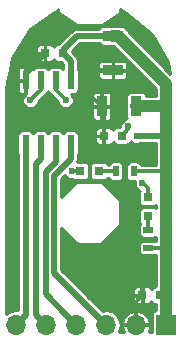
<source format=gtl>
G04 #@! TF.FileFunction,Copper,L1,Top,Signal*
%FSLAX46Y46*%
G04 Gerber Fmt 4.6, Leading zero omitted, Abs format (unit mm)*
G04 Created by KiCad (PCBNEW 4.0.7) date Sat Jun  9 20:24:17 2018*
%MOMM*%
%LPD*%
G01*
G04 APERTURE LIST*
%ADD10C,0.100000*%
%ADD11R,0.800000X0.750000*%
%ADD12R,0.800000X0.800000*%
%ADD13R,0.500000X0.900000*%
%ADD14R,0.900000X0.500000*%
%ADD15R,0.900000X1.700000*%
%ADD16R,1.700000X0.900000*%
%ADD17R,0.600000X1.550000*%
%ADD18R,1.700000X1.700000*%
%ADD19O,1.700000X1.700000*%
%ADD20C,0.600000*%
%ADD21C,0.500000*%
%ADD22C,0.350000*%
%ADD23C,1.000000*%
%ADD24C,0.250000*%
G04 APERTURE END LIST*
D10*
D11*
X60250000Y-48000000D03*
X58750000Y-48000000D03*
X55250000Y-41000000D03*
X53750000Y-41000000D03*
X63500000Y-61500000D03*
X62000000Y-61500000D03*
D12*
X58300000Y-51000000D03*
X56700000Y-51000000D03*
X62500000Y-54800000D03*
X62500000Y-53200000D03*
D13*
X59750000Y-51000000D03*
X61250000Y-51000000D03*
D14*
X62500000Y-56000000D03*
X62500000Y-57500000D03*
D15*
X61450000Y-45500000D03*
X58550000Y-45500000D03*
D16*
X59500000Y-39550000D03*
X59500000Y-42450000D03*
D17*
X55905000Y-43300000D03*
X54635000Y-43300000D03*
X53365000Y-43300000D03*
X52095000Y-43300000D03*
X52095000Y-48700000D03*
X53365000Y-48700000D03*
X54635000Y-48700000D03*
X55905000Y-48700000D03*
D18*
X64000000Y-64000000D03*
D19*
X61460000Y-64000000D03*
X58920000Y-64000000D03*
X56380000Y-64000000D03*
X53840000Y-64000000D03*
X51300000Y-64000000D03*
D20*
X61500000Y-48000000D03*
X57500000Y-43250000D03*
X59000000Y-44000000D03*
X57000000Y-46000000D03*
X59000000Y-41000000D03*
X57000000Y-41000000D03*
X62000000Y-49000000D03*
X61000000Y-53000000D03*
X63000000Y-41000000D03*
X60000000Y-38000000D03*
X55000000Y-38000000D03*
X52000000Y-41000000D03*
X51000000Y-47000000D03*
X51000000Y-52000000D03*
X51000000Y-55000000D03*
X51000000Y-61000000D03*
X51000000Y-58000000D03*
X56000000Y-58000000D03*
X59000000Y-58000000D03*
X59000000Y-61000000D03*
X58500000Y-49500000D03*
X57500000Y-44500000D03*
X60800000Y-47200006D03*
X56000000Y-51000000D03*
X62000000Y-52000000D03*
X55500000Y-45000000D03*
X52500000Y-45000000D03*
D21*
X64000000Y-48000000D02*
X61500000Y-48000000D01*
D22*
X62500000Y-57500000D02*
X64000000Y-57500000D01*
D23*
X64000000Y-51000000D02*
X64000000Y-48000000D01*
X64000000Y-48000000D02*
X64000000Y-45500000D01*
X64000000Y-64000000D02*
X64000000Y-61500000D01*
X64000000Y-61500000D02*
X64000000Y-57500000D01*
D22*
X63500000Y-61500000D02*
X64000000Y-61500000D01*
D23*
X64000000Y-57500000D02*
X64000000Y-51000000D01*
D22*
X61250000Y-51000000D02*
X64000000Y-51000000D01*
D21*
X59500000Y-39550000D02*
X56450000Y-39550000D01*
X56450000Y-39550000D02*
X55250000Y-40750000D01*
X55250000Y-40750000D02*
X55250000Y-41000000D01*
D23*
X64000000Y-45500000D02*
X64000000Y-43650000D01*
X61450000Y-45500000D02*
X64000000Y-45500000D01*
X64000000Y-43650000D02*
X59900000Y-39550000D01*
X59900000Y-39550000D02*
X59500000Y-39550000D01*
D21*
X55905000Y-43300000D02*
X55905000Y-41655000D01*
X55905000Y-41655000D02*
X55250000Y-41000000D01*
D22*
X57500000Y-44500000D02*
X57500000Y-43250000D01*
X57500000Y-44500000D02*
X57500000Y-45500000D01*
X57500000Y-45500000D02*
X57000000Y-46000000D01*
X57500000Y-44500000D02*
X57500000Y-41500000D01*
X57500000Y-41500000D02*
X57000000Y-41000000D01*
X60500000Y-49725000D02*
X61275000Y-49725000D01*
X61275000Y-49725000D02*
X62000000Y-49000000D01*
X61000000Y-56000000D02*
X61000000Y-53000000D01*
X59000000Y-58000000D02*
X61000000Y-56000000D01*
X60500000Y-49725000D02*
X59475000Y-49725000D01*
X58750000Y-49000000D02*
X58750000Y-48000000D01*
X59475000Y-49725000D02*
X58750000Y-49000000D01*
X51000000Y-47000000D02*
X51000000Y-42000000D01*
X51000000Y-42000000D02*
X52000000Y-41000000D01*
X51000000Y-55000000D02*
X51000000Y-52000000D01*
X51000000Y-58000000D02*
X51000000Y-61000000D01*
X59000000Y-61000000D02*
X59000000Y-58000000D01*
X60500000Y-49725000D02*
X58725000Y-49725000D01*
X58725000Y-49725000D02*
X58500000Y-49500000D01*
X58750000Y-48000000D02*
X58750000Y-45700000D01*
X58750000Y-45700000D02*
X58550000Y-45500000D01*
X62000000Y-61500000D02*
X62000000Y-60775000D01*
X62000000Y-60775000D02*
X60500000Y-59275000D01*
X60500000Y-59275000D02*
X60500000Y-49725000D01*
X61460000Y-64000000D02*
X61460000Y-62040000D01*
X61460000Y-62040000D02*
X62000000Y-61500000D01*
X59500000Y-42450000D02*
X58300000Y-42450000D01*
X57500000Y-43250000D02*
X57500000Y-44075736D01*
X58300000Y-42450000D02*
X57500000Y-43250000D01*
X57500000Y-44075736D02*
X57500000Y-44500000D01*
X58550000Y-45500000D02*
X58500000Y-45500000D01*
X58500000Y-45500000D02*
X57500000Y-44500000D01*
D21*
X52095000Y-43300000D02*
X52095000Y-42655000D01*
X52095000Y-42655000D02*
X53750000Y-41000000D01*
D22*
X60800000Y-47450000D02*
X60800000Y-47200006D01*
X60250000Y-48000000D02*
X60800000Y-47450000D01*
X58300000Y-51000000D02*
X59750000Y-51000000D01*
X56000000Y-51000000D02*
X56700000Y-51000000D01*
X62500000Y-54800000D02*
X62500000Y-56000000D01*
X62050000Y-52000000D02*
X62000000Y-52000000D01*
X62500000Y-52450000D02*
X62050000Y-52000000D01*
X62500000Y-53200000D02*
X62500000Y-52450000D01*
D21*
X55905000Y-48700000D02*
X55905000Y-49975000D01*
X55905000Y-49975000D02*
X54500000Y-51380000D01*
X54500000Y-51380000D02*
X54500000Y-59580000D01*
X54500000Y-59580000D02*
X58920000Y-64000000D01*
X55530001Y-63150001D02*
X56380000Y-64000000D01*
X53799989Y-61419989D02*
X55530001Y-63150001D01*
X54635000Y-50255035D02*
X53799989Y-51090046D01*
X53799989Y-51090046D02*
X53799989Y-61419989D01*
X54635000Y-48700000D02*
X54635000Y-50255035D01*
X52095000Y-48700000D02*
X52095000Y-63205000D01*
X52095000Y-63205000D02*
X51300000Y-64000000D01*
X52990001Y-63150001D02*
X53840000Y-64000000D01*
X52990001Y-50349999D02*
X52990001Y-63150001D01*
X53365000Y-49975000D02*
X52990001Y-50349999D01*
X53365000Y-48700000D02*
X53365000Y-49975000D01*
D22*
X55500000Y-45000000D02*
X54635000Y-44135000D01*
X54635000Y-44135000D02*
X54635000Y-43300000D01*
X53365000Y-43300000D02*
X53365000Y-44135000D01*
X53365000Y-44135000D02*
X52500000Y-45000000D01*
D24*
G36*
X60571441Y-37616868D02*
X60571443Y-37616870D01*
X62822482Y-39351446D01*
X64199958Y-41748562D01*
X64369511Y-42782074D01*
X60732346Y-39144910D01*
X60732346Y-39100000D01*
X60706198Y-38961034D01*
X60624069Y-38833401D01*
X60498754Y-38747777D01*
X60350000Y-38717654D01*
X60114437Y-38717654D01*
X59900000Y-38675000D01*
X59500000Y-38675000D01*
X59285563Y-38717654D01*
X58650000Y-38717654D01*
X58511034Y-38743802D01*
X58383401Y-38825931D01*
X58315710Y-38925000D01*
X56450000Y-38925000D01*
X56210822Y-38972575D01*
X56008058Y-39108058D01*
X54873462Y-40242654D01*
X54850000Y-40242654D01*
X54711034Y-40268802D01*
X54583401Y-40350931D01*
X54497777Y-40476246D01*
X54496629Y-40481914D01*
X54467910Y-40412579D01*
X54362420Y-40307090D01*
X54224592Y-40250000D01*
X53868750Y-40250000D01*
X53775000Y-40343750D01*
X53775000Y-40975000D01*
X53795000Y-40975000D01*
X53795000Y-41025000D01*
X53775000Y-41025000D01*
X53775000Y-41656250D01*
X53868750Y-41750000D01*
X54224592Y-41750000D01*
X54362420Y-41692910D01*
X54467910Y-41587421D01*
X54496560Y-41518252D01*
X54575931Y-41641599D01*
X54701246Y-41727223D01*
X54850000Y-41757346D01*
X55123462Y-41757346D01*
X55280000Y-41913884D01*
X55280000Y-42336404D01*
X55269320Y-42352034D01*
X55209069Y-42258401D01*
X55083754Y-42172777D01*
X54935000Y-42142654D01*
X54335000Y-42142654D01*
X54196034Y-42168802D01*
X54068401Y-42250931D01*
X53999320Y-42352034D01*
X53939069Y-42258401D01*
X53813754Y-42172777D01*
X53665000Y-42142654D01*
X53065000Y-42142654D01*
X52926034Y-42168802D01*
X52798401Y-42250931D01*
X52729278Y-42352096D01*
X52712910Y-42312580D01*
X52607421Y-42207090D01*
X52469592Y-42150000D01*
X52213750Y-42150000D01*
X52120000Y-42243750D01*
X52120000Y-43275000D01*
X52140000Y-43275000D01*
X52140000Y-43325000D01*
X52120000Y-43325000D01*
X52120000Y-44356250D01*
X52169825Y-44406075D01*
X52118143Y-44427429D01*
X51928097Y-44617144D01*
X51825117Y-44865145D01*
X51824883Y-45133677D01*
X51927429Y-45381857D01*
X52117144Y-45571903D01*
X52365145Y-45674883D01*
X52633677Y-45675117D01*
X52881857Y-45572571D01*
X53071903Y-45382856D01*
X53174883Y-45134855D01*
X53174911Y-45102907D01*
X53753909Y-44523909D01*
X53824825Y-44417776D01*
X53931599Y-44349069D01*
X54000680Y-44247966D01*
X54060931Y-44341599D01*
X54177490Y-44421240D01*
X54246091Y-44523909D01*
X54824910Y-45102728D01*
X54824883Y-45133677D01*
X54927429Y-45381857D01*
X55117144Y-45571903D01*
X55365145Y-45674883D01*
X55633677Y-45675117D01*
X55770095Y-45618750D01*
X57725000Y-45618750D01*
X57725000Y-46424592D01*
X57782090Y-46562421D01*
X57887580Y-46667910D01*
X58025408Y-46725000D01*
X58431250Y-46725000D01*
X58525000Y-46631250D01*
X58525000Y-45525000D01*
X58575000Y-45525000D01*
X58575000Y-46631250D01*
X58668750Y-46725000D01*
X59074592Y-46725000D01*
X59212420Y-46667910D01*
X59317910Y-46562421D01*
X59375000Y-46424592D01*
X59375000Y-45618750D01*
X59281250Y-45525000D01*
X58575000Y-45525000D01*
X58525000Y-45525000D01*
X57818750Y-45525000D01*
X57725000Y-45618750D01*
X55770095Y-45618750D01*
X55881857Y-45572571D01*
X56071903Y-45382856D01*
X56174883Y-45134855D01*
X56175117Y-44866323D01*
X56072571Y-44618143D01*
X56029911Y-44575408D01*
X57725000Y-44575408D01*
X57725000Y-45381250D01*
X57818750Y-45475000D01*
X58525000Y-45475000D01*
X58525000Y-44368750D01*
X58575000Y-44368750D01*
X58575000Y-45475000D01*
X59281250Y-45475000D01*
X59375000Y-45381250D01*
X59375000Y-44575408D01*
X59317910Y-44437579D01*
X59212420Y-44332090D01*
X59074592Y-44275000D01*
X58668750Y-44275000D01*
X58575000Y-44368750D01*
X58525000Y-44368750D01*
X58431250Y-44275000D01*
X58025408Y-44275000D01*
X57887580Y-44332090D01*
X57782090Y-44437579D01*
X57725000Y-44575408D01*
X56029911Y-44575408D01*
X55912054Y-44457346D01*
X56205000Y-44457346D01*
X56343966Y-44431198D01*
X56471599Y-44349069D01*
X56557223Y-44223754D01*
X56587346Y-44075000D01*
X56587346Y-42568750D01*
X58275000Y-42568750D01*
X58275000Y-42974592D01*
X58332090Y-43112420D01*
X58437579Y-43217910D01*
X58575408Y-43275000D01*
X59381250Y-43275000D01*
X59475000Y-43181250D01*
X59475000Y-42475000D01*
X59525000Y-42475000D01*
X59525000Y-43181250D01*
X59618750Y-43275000D01*
X60424592Y-43275000D01*
X60562421Y-43217910D01*
X60667910Y-43112420D01*
X60725000Y-42974592D01*
X60725000Y-42568750D01*
X60631250Y-42475000D01*
X59525000Y-42475000D01*
X59475000Y-42475000D01*
X58368750Y-42475000D01*
X58275000Y-42568750D01*
X56587346Y-42568750D01*
X56587346Y-42525000D01*
X56561198Y-42386034D01*
X56530000Y-42337551D01*
X56530000Y-41925408D01*
X58275000Y-41925408D01*
X58275000Y-42331250D01*
X58368750Y-42425000D01*
X59475000Y-42425000D01*
X59475000Y-41718750D01*
X59525000Y-41718750D01*
X59525000Y-42425000D01*
X60631250Y-42425000D01*
X60725000Y-42331250D01*
X60725000Y-41925408D01*
X60667910Y-41787580D01*
X60562421Y-41682090D01*
X60424592Y-41625000D01*
X59618750Y-41625000D01*
X59525000Y-41718750D01*
X59475000Y-41718750D01*
X59381250Y-41625000D01*
X58575408Y-41625000D01*
X58437579Y-41682090D01*
X58332090Y-41787580D01*
X58275000Y-41925408D01*
X56530000Y-41925408D01*
X56530000Y-41655000D01*
X56482425Y-41415823D01*
X56346942Y-41213058D01*
X56032346Y-40898462D01*
X56032346Y-40851538D01*
X56708884Y-40175000D01*
X58316989Y-40175000D01*
X58375931Y-40266599D01*
X58501246Y-40352223D01*
X58650000Y-40382346D01*
X59285563Y-40382346D01*
X59500000Y-40425000D01*
X59537564Y-40425000D01*
X63125000Y-44012437D01*
X63125000Y-44625000D01*
X62277642Y-44625000D01*
X62256198Y-44511034D01*
X62174069Y-44383401D01*
X62048754Y-44297777D01*
X61900000Y-44267654D01*
X61000000Y-44267654D01*
X60861034Y-44293802D01*
X60733401Y-44375931D01*
X60647777Y-44501246D01*
X60617654Y-44650000D01*
X60617654Y-45285563D01*
X60575000Y-45500000D01*
X60617654Y-45714437D01*
X60617654Y-46350000D01*
X60643802Y-46488966D01*
X60666918Y-46524890D01*
X60666323Y-46524889D01*
X60418143Y-46627435D01*
X60228097Y-46817150D01*
X60125117Y-47065151D01*
X60124962Y-47242654D01*
X59850000Y-47242654D01*
X59711034Y-47268802D01*
X59583401Y-47350931D01*
X59497777Y-47476246D01*
X59496629Y-47481914D01*
X59467910Y-47412579D01*
X59362420Y-47307090D01*
X59224592Y-47250000D01*
X58868750Y-47250000D01*
X58775000Y-47343750D01*
X58775000Y-47975000D01*
X58795000Y-47975000D01*
X58795000Y-48025000D01*
X58775000Y-48025000D01*
X58775000Y-48656250D01*
X58868750Y-48750000D01*
X59224592Y-48750000D01*
X59362420Y-48692910D01*
X59467910Y-48587421D01*
X59496560Y-48518252D01*
X59575931Y-48641599D01*
X59701246Y-48727223D01*
X59850000Y-48757346D01*
X60650000Y-48757346D01*
X60788966Y-48731198D01*
X60916599Y-48649069D01*
X61002223Y-48523754D01*
X61013498Y-48468076D01*
X61117144Y-48571903D01*
X61365145Y-48674883D01*
X61633677Y-48675117D01*
X61754969Y-48625000D01*
X63125000Y-48625000D01*
X63125000Y-50450000D01*
X61863530Y-50450000D01*
X61856198Y-50411034D01*
X61774069Y-50283401D01*
X61648754Y-50197777D01*
X61500000Y-50167654D01*
X61000000Y-50167654D01*
X60861034Y-50193802D01*
X60733401Y-50275931D01*
X60647777Y-50401246D01*
X60617654Y-50550000D01*
X60617654Y-51450000D01*
X60643802Y-51588966D01*
X60725931Y-51716599D01*
X60851246Y-51802223D01*
X61000000Y-51832346D01*
X61338736Y-51832346D01*
X61325117Y-51865145D01*
X61324883Y-52133677D01*
X61427429Y-52381857D01*
X61617144Y-52571903D01*
X61761136Y-52631694D01*
X61747777Y-52651246D01*
X61717654Y-52800000D01*
X61717654Y-53600000D01*
X61743802Y-53738966D01*
X61825931Y-53866599D01*
X61951246Y-53952223D01*
X62100000Y-53982346D01*
X62900000Y-53982346D01*
X63038966Y-53956198D01*
X63125000Y-53900837D01*
X63125000Y-54099874D01*
X63048754Y-54047777D01*
X62900000Y-54017654D01*
X62100000Y-54017654D01*
X61961034Y-54043802D01*
X61833401Y-54125931D01*
X61747777Y-54251246D01*
X61717654Y-54400000D01*
X61717654Y-55200000D01*
X61743802Y-55338966D01*
X61817724Y-55453845D01*
X61783401Y-55475931D01*
X61697777Y-55601246D01*
X61667654Y-55750000D01*
X61667654Y-56250000D01*
X61693802Y-56388966D01*
X61775931Y-56516599D01*
X61901246Y-56602223D01*
X62050000Y-56632346D01*
X62950000Y-56632346D01*
X63088966Y-56606198D01*
X63125000Y-56583011D01*
X63125000Y-56915710D01*
X63098754Y-56897777D01*
X62950000Y-56867654D01*
X62050000Y-56867654D01*
X61911034Y-56893802D01*
X61783401Y-56975931D01*
X61697777Y-57101246D01*
X61667654Y-57250000D01*
X61667654Y-57750000D01*
X61693802Y-57888966D01*
X61775931Y-58016599D01*
X61901246Y-58102223D01*
X62050000Y-58132346D01*
X62950000Y-58132346D01*
X63088966Y-58106198D01*
X63125000Y-58083011D01*
X63125000Y-60742654D01*
X63100000Y-60742654D01*
X62961034Y-60768802D01*
X62833401Y-60850931D01*
X62747777Y-60976246D01*
X62746629Y-60981914D01*
X62717910Y-60912579D01*
X62612420Y-60807090D01*
X62474592Y-60750000D01*
X62118750Y-60750000D01*
X62025000Y-60843750D01*
X62025000Y-61475000D01*
X62045000Y-61475000D01*
X62045000Y-61525000D01*
X62025000Y-61525000D01*
X62025000Y-62156250D01*
X62118750Y-62250000D01*
X62474592Y-62250000D01*
X62612420Y-62192910D01*
X62717910Y-62087421D01*
X62746560Y-62018252D01*
X62825931Y-62141599D01*
X62951246Y-62227223D01*
X63100000Y-62257346D01*
X63125000Y-62257346D01*
X63125000Y-62772358D01*
X63011034Y-62793802D01*
X62883401Y-62875931D01*
X62797777Y-63001246D01*
X62767654Y-63150000D01*
X62767654Y-64575000D01*
X62525039Y-64575000D01*
X62665757Y-64216285D01*
X62590997Y-64025000D01*
X61485000Y-64025000D01*
X61485000Y-64045000D01*
X61435000Y-64045000D01*
X61435000Y-64025000D01*
X60329003Y-64025000D01*
X60254243Y-64216285D01*
X60394961Y-64575000D01*
X59996819Y-64575000D01*
X60051752Y-64492786D01*
X60145000Y-64023999D01*
X60145000Y-63976001D01*
X60106752Y-63783715D01*
X60254243Y-63783715D01*
X60329003Y-63975000D01*
X61435000Y-63975000D01*
X61435000Y-62869026D01*
X61485000Y-62869026D01*
X61485000Y-63975000D01*
X62590997Y-63975000D01*
X62665757Y-63783715D01*
X62491206Y-63338755D01*
X62159663Y-62994464D01*
X61721602Y-62803256D01*
X61676285Y-62794245D01*
X61485000Y-62869026D01*
X61435000Y-62869026D01*
X61243715Y-62794245D01*
X61198398Y-62803256D01*
X60760337Y-62994464D01*
X60428794Y-63338755D01*
X60254243Y-63783715D01*
X60106752Y-63783715D01*
X60051752Y-63507214D01*
X59786206Y-63109795D01*
X59388787Y-62844249D01*
X58920000Y-62751001D01*
X58615462Y-62811578D01*
X57422634Y-61618750D01*
X61225000Y-61618750D01*
X61225000Y-61949592D01*
X61282090Y-62087421D01*
X61387580Y-62192910D01*
X61525408Y-62250000D01*
X61881250Y-62250000D01*
X61975000Y-62156250D01*
X61975000Y-61525000D01*
X61318750Y-61525000D01*
X61225000Y-61618750D01*
X57422634Y-61618750D01*
X56854292Y-61050408D01*
X61225000Y-61050408D01*
X61225000Y-61381250D01*
X61318750Y-61475000D01*
X61975000Y-61475000D01*
X61975000Y-60843750D01*
X61881250Y-60750000D01*
X61525408Y-60750000D01*
X61387580Y-60807090D01*
X61282090Y-60912579D01*
X61225000Y-61050408D01*
X56854292Y-61050408D01*
X55125000Y-59321116D01*
X55125000Y-55801776D01*
X56411612Y-57088388D01*
X56451368Y-57115152D01*
X56500000Y-57125000D01*
X58500000Y-57125000D01*
X58547037Y-57115813D01*
X58588388Y-57088388D01*
X60088388Y-55588388D01*
X60115152Y-55548632D01*
X60125000Y-55500000D01*
X60125000Y-53500000D01*
X60115813Y-53452963D01*
X60088388Y-53411612D01*
X58588388Y-51911612D01*
X58548632Y-51884848D01*
X58500000Y-51875000D01*
X56500000Y-51875000D01*
X56452963Y-51884187D01*
X56411612Y-51911612D01*
X55125000Y-53198224D01*
X55125000Y-51638884D01*
X55414154Y-51349730D01*
X55427429Y-51381857D01*
X55617144Y-51571903D01*
X55865145Y-51674883D01*
X56038276Y-51675034D01*
X56151246Y-51752223D01*
X56300000Y-51782346D01*
X57100000Y-51782346D01*
X57238966Y-51756198D01*
X57366599Y-51674069D01*
X57452223Y-51548754D01*
X57482346Y-51400000D01*
X57482346Y-50600000D01*
X57517654Y-50600000D01*
X57517654Y-51400000D01*
X57543802Y-51538966D01*
X57625931Y-51666599D01*
X57751246Y-51752223D01*
X57900000Y-51782346D01*
X58700000Y-51782346D01*
X58838966Y-51756198D01*
X58966599Y-51674069D01*
X59051372Y-51550000D01*
X59136470Y-51550000D01*
X59143802Y-51588966D01*
X59225931Y-51716599D01*
X59351246Y-51802223D01*
X59500000Y-51832346D01*
X60000000Y-51832346D01*
X60138966Y-51806198D01*
X60266599Y-51724069D01*
X60352223Y-51598754D01*
X60382346Y-51450000D01*
X60382346Y-50550000D01*
X60356198Y-50411034D01*
X60274069Y-50283401D01*
X60148754Y-50197777D01*
X60000000Y-50167654D01*
X59500000Y-50167654D01*
X59361034Y-50193802D01*
X59233401Y-50275931D01*
X59147777Y-50401246D01*
X59137904Y-50450000D01*
X59049098Y-50450000D01*
X58974069Y-50333401D01*
X58848754Y-50247777D01*
X58700000Y-50217654D01*
X57900000Y-50217654D01*
X57761034Y-50243802D01*
X57633401Y-50325931D01*
X57547777Y-50451246D01*
X57517654Y-50600000D01*
X57482346Y-50600000D01*
X57456198Y-50461034D01*
X57374069Y-50333401D01*
X57248754Y-50247777D01*
X57100000Y-50217654D01*
X56480102Y-50217654D01*
X56482425Y-50214177D01*
X56530000Y-49975000D01*
X56530000Y-49663596D01*
X56557223Y-49623754D01*
X56587346Y-49475000D01*
X56587346Y-48118750D01*
X57975000Y-48118750D01*
X57975000Y-48449592D01*
X58032090Y-48587421D01*
X58137580Y-48692910D01*
X58275408Y-48750000D01*
X58631250Y-48750000D01*
X58725000Y-48656250D01*
X58725000Y-48025000D01*
X58068750Y-48025000D01*
X57975000Y-48118750D01*
X56587346Y-48118750D01*
X56587346Y-47925000D01*
X56561198Y-47786034D01*
X56479069Y-47658401D01*
X56353754Y-47572777D01*
X56243291Y-47550408D01*
X57975000Y-47550408D01*
X57975000Y-47881250D01*
X58068750Y-47975000D01*
X58725000Y-47975000D01*
X58725000Y-47343750D01*
X58631250Y-47250000D01*
X58275408Y-47250000D01*
X58137580Y-47307090D01*
X58032090Y-47412579D01*
X57975000Y-47550408D01*
X56243291Y-47550408D01*
X56205000Y-47542654D01*
X55605000Y-47542654D01*
X55466034Y-47568802D01*
X55338401Y-47650931D01*
X55269320Y-47752034D01*
X55209069Y-47658401D01*
X55083754Y-47572777D01*
X54935000Y-47542654D01*
X54335000Y-47542654D01*
X54196034Y-47568802D01*
X54068401Y-47650931D01*
X53999320Y-47752034D01*
X53939069Y-47658401D01*
X53813754Y-47572777D01*
X53665000Y-47542654D01*
X53065000Y-47542654D01*
X52926034Y-47568802D01*
X52798401Y-47650931D01*
X52729320Y-47752034D01*
X52669069Y-47658401D01*
X52543754Y-47572777D01*
X52395000Y-47542654D01*
X51795000Y-47542654D01*
X51656034Y-47568802D01*
X51528401Y-47650931D01*
X51442777Y-47776246D01*
X51412654Y-47925000D01*
X51412654Y-49475000D01*
X51438802Y-49613966D01*
X51470000Y-49662449D01*
X51470000Y-62784816D01*
X51300000Y-62751001D01*
X50831213Y-62844249D01*
X50433794Y-63109795D01*
X50425000Y-63122956D01*
X50425000Y-44041860D01*
X50548944Y-43418750D01*
X51420000Y-43418750D01*
X51420000Y-44149592D01*
X51477090Y-44287420D01*
X51582579Y-44392910D01*
X51720408Y-44450000D01*
X51976250Y-44450000D01*
X52070000Y-44356250D01*
X52070000Y-43325000D01*
X51513750Y-43325000D01*
X51420000Y-43418750D01*
X50548944Y-43418750D01*
X50741559Y-42450408D01*
X51420000Y-42450408D01*
X51420000Y-43181250D01*
X51513750Y-43275000D01*
X52070000Y-43275000D01*
X52070000Y-42243750D01*
X51976250Y-42150000D01*
X51720408Y-42150000D01*
X51582579Y-42207090D01*
X51477090Y-42312580D01*
X51420000Y-42450408D01*
X50741559Y-42450408D01*
X50971246Y-41295700D01*
X51089480Y-41118750D01*
X52975000Y-41118750D01*
X52975000Y-41449592D01*
X53032090Y-41587421D01*
X53137580Y-41692910D01*
X53275408Y-41750000D01*
X53631250Y-41750000D01*
X53725000Y-41656250D01*
X53725000Y-41025000D01*
X53068750Y-41025000D01*
X52975000Y-41118750D01*
X51089480Y-41118750D01*
X51469233Y-40550408D01*
X52975000Y-40550408D01*
X52975000Y-40881250D01*
X53068750Y-40975000D01*
X53725000Y-40975000D01*
X53725000Y-40343750D01*
X53631250Y-40250000D01*
X53275408Y-40250000D01*
X53137580Y-40307090D01*
X53032090Y-40412579D01*
X52975000Y-40550408D01*
X51469233Y-40550408D01*
X52507234Y-38996931D01*
X54406631Y-37632913D01*
X54741200Y-37422014D01*
X54787127Y-37378468D01*
X54836940Y-37339431D01*
X54875000Y-37295128D01*
X54875000Y-37500000D01*
X54895661Y-37568836D01*
X54930662Y-37604006D01*
X56430662Y-38604006D01*
X56500000Y-38625000D01*
X58500000Y-38625000D01*
X58569338Y-38604006D01*
X60069338Y-37604006D01*
X60115152Y-37548632D01*
X60125000Y-37500000D01*
X60125000Y-37272855D01*
X60571441Y-37616868D01*
X60571441Y-37616868D01*
G37*
X60571441Y-37616868D02*
X60571443Y-37616870D01*
X62822482Y-39351446D01*
X64199958Y-41748562D01*
X64369511Y-42782074D01*
X60732346Y-39144910D01*
X60732346Y-39100000D01*
X60706198Y-38961034D01*
X60624069Y-38833401D01*
X60498754Y-38747777D01*
X60350000Y-38717654D01*
X60114437Y-38717654D01*
X59900000Y-38675000D01*
X59500000Y-38675000D01*
X59285563Y-38717654D01*
X58650000Y-38717654D01*
X58511034Y-38743802D01*
X58383401Y-38825931D01*
X58315710Y-38925000D01*
X56450000Y-38925000D01*
X56210822Y-38972575D01*
X56008058Y-39108058D01*
X54873462Y-40242654D01*
X54850000Y-40242654D01*
X54711034Y-40268802D01*
X54583401Y-40350931D01*
X54497777Y-40476246D01*
X54496629Y-40481914D01*
X54467910Y-40412579D01*
X54362420Y-40307090D01*
X54224592Y-40250000D01*
X53868750Y-40250000D01*
X53775000Y-40343750D01*
X53775000Y-40975000D01*
X53795000Y-40975000D01*
X53795000Y-41025000D01*
X53775000Y-41025000D01*
X53775000Y-41656250D01*
X53868750Y-41750000D01*
X54224592Y-41750000D01*
X54362420Y-41692910D01*
X54467910Y-41587421D01*
X54496560Y-41518252D01*
X54575931Y-41641599D01*
X54701246Y-41727223D01*
X54850000Y-41757346D01*
X55123462Y-41757346D01*
X55280000Y-41913884D01*
X55280000Y-42336404D01*
X55269320Y-42352034D01*
X55209069Y-42258401D01*
X55083754Y-42172777D01*
X54935000Y-42142654D01*
X54335000Y-42142654D01*
X54196034Y-42168802D01*
X54068401Y-42250931D01*
X53999320Y-42352034D01*
X53939069Y-42258401D01*
X53813754Y-42172777D01*
X53665000Y-42142654D01*
X53065000Y-42142654D01*
X52926034Y-42168802D01*
X52798401Y-42250931D01*
X52729278Y-42352096D01*
X52712910Y-42312580D01*
X52607421Y-42207090D01*
X52469592Y-42150000D01*
X52213750Y-42150000D01*
X52120000Y-42243750D01*
X52120000Y-43275000D01*
X52140000Y-43275000D01*
X52140000Y-43325000D01*
X52120000Y-43325000D01*
X52120000Y-44356250D01*
X52169825Y-44406075D01*
X52118143Y-44427429D01*
X51928097Y-44617144D01*
X51825117Y-44865145D01*
X51824883Y-45133677D01*
X51927429Y-45381857D01*
X52117144Y-45571903D01*
X52365145Y-45674883D01*
X52633677Y-45675117D01*
X52881857Y-45572571D01*
X53071903Y-45382856D01*
X53174883Y-45134855D01*
X53174911Y-45102907D01*
X53753909Y-44523909D01*
X53824825Y-44417776D01*
X53931599Y-44349069D01*
X54000680Y-44247966D01*
X54060931Y-44341599D01*
X54177490Y-44421240D01*
X54246091Y-44523909D01*
X54824910Y-45102728D01*
X54824883Y-45133677D01*
X54927429Y-45381857D01*
X55117144Y-45571903D01*
X55365145Y-45674883D01*
X55633677Y-45675117D01*
X55770095Y-45618750D01*
X57725000Y-45618750D01*
X57725000Y-46424592D01*
X57782090Y-46562421D01*
X57887580Y-46667910D01*
X58025408Y-46725000D01*
X58431250Y-46725000D01*
X58525000Y-46631250D01*
X58525000Y-45525000D01*
X58575000Y-45525000D01*
X58575000Y-46631250D01*
X58668750Y-46725000D01*
X59074592Y-46725000D01*
X59212420Y-46667910D01*
X59317910Y-46562421D01*
X59375000Y-46424592D01*
X59375000Y-45618750D01*
X59281250Y-45525000D01*
X58575000Y-45525000D01*
X58525000Y-45525000D01*
X57818750Y-45525000D01*
X57725000Y-45618750D01*
X55770095Y-45618750D01*
X55881857Y-45572571D01*
X56071903Y-45382856D01*
X56174883Y-45134855D01*
X56175117Y-44866323D01*
X56072571Y-44618143D01*
X56029911Y-44575408D01*
X57725000Y-44575408D01*
X57725000Y-45381250D01*
X57818750Y-45475000D01*
X58525000Y-45475000D01*
X58525000Y-44368750D01*
X58575000Y-44368750D01*
X58575000Y-45475000D01*
X59281250Y-45475000D01*
X59375000Y-45381250D01*
X59375000Y-44575408D01*
X59317910Y-44437579D01*
X59212420Y-44332090D01*
X59074592Y-44275000D01*
X58668750Y-44275000D01*
X58575000Y-44368750D01*
X58525000Y-44368750D01*
X58431250Y-44275000D01*
X58025408Y-44275000D01*
X57887580Y-44332090D01*
X57782090Y-44437579D01*
X57725000Y-44575408D01*
X56029911Y-44575408D01*
X55912054Y-44457346D01*
X56205000Y-44457346D01*
X56343966Y-44431198D01*
X56471599Y-44349069D01*
X56557223Y-44223754D01*
X56587346Y-44075000D01*
X56587346Y-42568750D01*
X58275000Y-42568750D01*
X58275000Y-42974592D01*
X58332090Y-43112420D01*
X58437579Y-43217910D01*
X58575408Y-43275000D01*
X59381250Y-43275000D01*
X59475000Y-43181250D01*
X59475000Y-42475000D01*
X59525000Y-42475000D01*
X59525000Y-43181250D01*
X59618750Y-43275000D01*
X60424592Y-43275000D01*
X60562421Y-43217910D01*
X60667910Y-43112420D01*
X60725000Y-42974592D01*
X60725000Y-42568750D01*
X60631250Y-42475000D01*
X59525000Y-42475000D01*
X59475000Y-42475000D01*
X58368750Y-42475000D01*
X58275000Y-42568750D01*
X56587346Y-42568750D01*
X56587346Y-42525000D01*
X56561198Y-42386034D01*
X56530000Y-42337551D01*
X56530000Y-41925408D01*
X58275000Y-41925408D01*
X58275000Y-42331250D01*
X58368750Y-42425000D01*
X59475000Y-42425000D01*
X59475000Y-41718750D01*
X59525000Y-41718750D01*
X59525000Y-42425000D01*
X60631250Y-42425000D01*
X60725000Y-42331250D01*
X60725000Y-41925408D01*
X60667910Y-41787580D01*
X60562421Y-41682090D01*
X60424592Y-41625000D01*
X59618750Y-41625000D01*
X59525000Y-41718750D01*
X59475000Y-41718750D01*
X59381250Y-41625000D01*
X58575408Y-41625000D01*
X58437579Y-41682090D01*
X58332090Y-41787580D01*
X58275000Y-41925408D01*
X56530000Y-41925408D01*
X56530000Y-41655000D01*
X56482425Y-41415823D01*
X56346942Y-41213058D01*
X56032346Y-40898462D01*
X56032346Y-40851538D01*
X56708884Y-40175000D01*
X58316989Y-40175000D01*
X58375931Y-40266599D01*
X58501246Y-40352223D01*
X58650000Y-40382346D01*
X59285563Y-40382346D01*
X59500000Y-40425000D01*
X59537564Y-40425000D01*
X63125000Y-44012437D01*
X63125000Y-44625000D01*
X62277642Y-44625000D01*
X62256198Y-44511034D01*
X62174069Y-44383401D01*
X62048754Y-44297777D01*
X61900000Y-44267654D01*
X61000000Y-44267654D01*
X60861034Y-44293802D01*
X60733401Y-44375931D01*
X60647777Y-44501246D01*
X60617654Y-44650000D01*
X60617654Y-45285563D01*
X60575000Y-45500000D01*
X60617654Y-45714437D01*
X60617654Y-46350000D01*
X60643802Y-46488966D01*
X60666918Y-46524890D01*
X60666323Y-46524889D01*
X60418143Y-46627435D01*
X60228097Y-46817150D01*
X60125117Y-47065151D01*
X60124962Y-47242654D01*
X59850000Y-47242654D01*
X59711034Y-47268802D01*
X59583401Y-47350931D01*
X59497777Y-47476246D01*
X59496629Y-47481914D01*
X59467910Y-47412579D01*
X59362420Y-47307090D01*
X59224592Y-47250000D01*
X58868750Y-47250000D01*
X58775000Y-47343750D01*
X58775000Y-47975000D01*
X58795000Y-47975000D01*
X58795000Y-48025000D01*
X58775000Y-48025000D01*
X58775000Y-48656250D01*
X58868750Y-48750000D01*
X59224592Y-48750000D01*
X59362420Y-48692910D01*
X59467910Y-48587421D01*
X59496560Y-48518252D01*
X59575931Y-48641599D01*
X59701246Y-48727223D01*
X59850000Y-48757346D01*
X60650000Y-48757346D01*
X60788966Y-48731198D01*
X60916599Y-48649069D01*
X61002223Y-48523754D01*
X61013498Y-48468076D01*
X61117144Y-48571903D01*
X61365145Y-48674883D01*
X61633677Y-48675117D01*
X61754969Y-48625000D01*
X63125000Y-48625000D01*
X63125000Y-50450000D01*
X61863530Y-50450000D01*
X61856198Y-50411034D01*
X61774069Y-50283401D01*
X61648754Y-50197777D01*
X61500000Y-50167654D01*
X61000000Y-50167654D01*
X60861034Y-50193802D01*
X60733401Y-50275931D01*
X60647777Y-50401246D01*
X60617654Y-50550000D01*
X60617654Y-51450000D01*
X60643802Y-51588966D01*
X60725931Y-51716599D01*
X60851246Y-51802223D01*
X61000000Y-51832346D01*
X61338736Y-51832346D01*
X61325117Y-51865145D01*
X61324883Y-52133677D01*
X61427429Y-52381857D01*
X61617144Y-52571903D01*
X61761136Y-52631694D01*
X61747777Y-52651246D01*
X61717654Y-52800000D01*
X61717654Y-53600000D01*
X61743802Y-53738966D01*
X61825931Y-53866599D01*
X61951246Y-53952223D01*
X62100000Y-53982346D01*
X62900000Y-53982346D01*
X63038966Y-53956198D01*
X63125000Y-53900837D01*
X63125000Y-54099874D01*
X63048754Y-54047777D01*
X62900000Y-54017654D01*
X62100000Y-54017654D01*
X61961034Y-54043802D01*
X61833401Y-54125931D01*
X61747777Y-54251246D01*
X61717654Y-54400000D01*
X61717654Y-55200000D01*
X61743802Y-55338966D01*
X61817724Y-55453845D01*
X61783401Y-55475931D01*
X61697777Y-55601246D01*
X61667654Y-55750000D01*
X61667654Y-56250000D01*
X61693802Y-56388966D01*
X61775931Y-56516599D01*
X61901246Y-56602223D01*
X62050000Y-56632346D01*
X62950000Y-56632346D01*
X63088966Y-56606198D01*
X63125000Y-56583011D01*
X63125000Y-56915710D01*
X63098754Y-56897777D01*
X62950000Y-56867654D01*
X62050000Y-56867654D01*
X61911034Y-56893802D01*
X61783401Y-56975931D01*
X61697777Y-57101246D01*
X61667654Y-57250000D01*
X61667654Y-57750000D01*
X61693802Y-57888966D01*
X61775931Y-58016599D01*
X61901246Y-58102223D01*
X62050000Y-58132346D01*
X62950000Y-58132346D01*
X63088966Y-58106198D01*
X63125000Y-58083011D01*
X63125000Y-60742654D01*
X63100000Y-60742654D01*
X62961034Y-60768802D01*
X62833401Y-60850931D01*
X62747777Y-60976246D01*
X62746629Y-60981914D01*
X62717910Y-60912579D01*
X62612420Y-60807090D01*
X62474592Y-60750000D01*
X62118750Y-60750000D01*
X62025000Y-60843750D01*
X62025000Y-61475000D01*
X62045000Y-61475000D01*
X62045000Y-61525000D01*
X62025000Y-61525000D01*
X62025000Y-62156250D01*
X62118750Y-62250000D01*
X62474592Y-62250000D01*
X62612420Y-62192910D01*
X62717910Y-62087421D01*
X62746560Y-62018252D01*
X62825931Y-62141599D01*
X62951246Y-62227223D01*
X63100000Y-62257346D01*
X63125000Y-62257346D01*
X63125000Y-62772358D01*
X63011034Y-62793802D01*
X62883401Y-62875931D01*
X62797777Y-63001246D01*
X62767654Y-63150000D01*
X62767654Y-64575000D01*
X62525039Y-64575000D01*
X62665757Y-64216285D01*
X62590997Y-64025000D01*
X61485000Y-64025000D01*
X61485000Y-64045000D01*
X61435000Y-64045000D01*
X61435000Y-64025000D01*
X60329003Y-64025000D01*
X60254243Y-64216285D01*
X60394961Y-64575000D01*
X59996819Y-64575000D01*
X60051752Y-64492786D01*
X60145000Y-64023999D01*
X60145000Y-63976001D01*
X60106752Y-63783715D01*
X60254243Y-63783715D01*
X60329003Y-63975000D01*
X61435000Y-63975000D01*
X61435000Y-62869026D01*
X61485000Y-62869026D01*
X61485000Y-63975000D01*
X62590997Y-63975000D01*
X62665757Y-63783715D01*
X62491206Y-63338755D01*
X62159663Y-62994464D01*
X61721602Y-62803256D01*
X61676285Y-62794245D01*
X61485000Y-62869026D01*
X61435000Y-62869026D01*
X61243715Y-62794245D01*
X61198398Y-62803256D01*
X60760337Y-62994464D01*
X60428794Y-63338755D01*
X60254243Y-63783715D01*
X60106752Y-63783715D01*
X60051752Y-63507214D01*
X59786206Y-63109795D01*
X59388787Y-62844249D01*
X58920000Y-62751001D01*
X58615462Y-62811578D01*
X57422634Y-61618750D01*
X61225000Y-61618750D01*
X61225000Y-61949592D01*
X61282090Y-62087421D01*
X61387580Y-62192910D01*
X61525408Y-62250000D01*
X61881250Y-62250000D01*
X61975000Y-62156250D01*
X61975000Y-61525000D01*
X61318750Y-61525000D01*
X61225000Y-61618750D01*
X57422634Y-61618750D01*
X56854292Y-61050408D01*
X61225000Y-61050408D01*
X61225000Y-61381250D01*
X61318750Y-61475000D01*
X61975000Y-61475000D01*
X61975000Y-60843750D01*
X61881250Y-60750000D01*
X61525408Y-60750000D01*
X61387580Y-60807090D01*
X61282090Y-60912579D01*
X61225000Y-61050408D01*
X56854292Y-61050408D01*
X55125000Y-59321116D01*
X55125000Y-55801776D01*
X56411612Y-57088388D01*
X56451368Y-57115152D01*
X56500000Y-57125000D01*
X58500000Y-57125000D01*
X58547037Y-57115813D01*
X58588388Y-57088388D01*
X60088388Y-55588388D01*
X60115152Y-55548632D01*
X60125000Y-55500000D01*
X60125000Y-53500000D01*
X60115813Y-53452963D01*
X60088388Y-53411612D01*
X58588388Y-51911612D01*
X58548632Y-51884848D01*
X58500000Y-51875000D01*
X56500000Y-51875000D01*
X56452963Y-51884187D01*
X56411612Y-51911612D01*
X55125000Y-53198224D01*
X55125000Y-51638884D01*
X55414154Y-51349730D01*
X55427429Y-51381857D01*
X55617144Y-51571903D01*
X55865145Y-51674883D01*
X56038276Y-51675034D01*
X56151246Y-51752223D01*
X56300000Y-51782346D01*
X57100000Y-51782346D01*
X57238966Y-51756198D01*
X57366599Y-51674069D01*
X57452223Y-51548754D01*
X57482346Y-51400000D01*
X57482346Y-50600000D01*
X57517654Y-50600000D01*
X57517654Y-51400000D01*
X57543802Y-51538966D01*
X57625931Y-51666599D01*
X57751246Y-51752223D01*
X57900000Y-51782346D01*
X58700000Y-51782346D01*
X58838966Y-51756198D01*
X58966599Y-51674069D01*
X59051372Y-51550000D01*
X59136470Y-51550000D01*
X59143802Y-51588966D01*
X59225931Y-51716599D01*
X59351246Y-51802223D01*
X59500000Y-51832346D01*
X60000000Y-51832346D01*
X60138966Y-51806198D01*
X60266599Y-51724069D01*
X60352223Y-51598754D01*
X60382346Y-51450000D01*
X60382346Y-50550000D01*
X60356198Y-50411034D01*
X60274069Y-50283401D01*
X60148754Y-50197777D01*
X60000000Y-50167654D01*
X59500000Y-50167654D01*
X59361034Y-50193802D01*
X59233401Y-50275931D01*
X59147777Y-50401246D01*
X59137904Y-50450000D01*
X59049098Y-50450000D01*
X58974069Y-50333401D01*
X58848754Y-50247777D01*
X58700000Y-50217654D01*
X57900000Y-50217654D01*
X57761034Y-50243802D01*
X57633401Y-50325931D01*
X57547777Y-50451246D01*
X57517654Y-50600000D01*
X57482346Y-50600000D01*
X57456198Y-50461034D01*
X57374069Y-50333401D01*
X57248754Y-50247777D01*
X57100000Y-50217654D01*
X56480102Y-50217654D01*
X56482425Y-50214177D01*
X56530000Y-49975000D01*
X56530000Y-49663596D01*
X56557223Y-49623754D01*
X56587346Y-49475000D01*
X56587346Y-48118750D01*
X57975000Y-48118750D01*
X57975000Y-48449592D01*
X58032090Y-48587421D01*
X58137580Y-48692910D01*
X58275408Y-48750000D01*
X58631250Y-48750000D01*
X58725000Y-48656250D01*
X58725000Y-48025000D01*
X58068750Y-48025000D01*
X57975000Y-48118750D01*
X56587346Y-48118750D01*
X56587346Y-47925000D01*
X56561198Y-47786034D01*
X56479069Y-47658401D01*
X56353754Y-47572777D01*
X56243291Y-47550408D01*
X57975000Y-47550408D01*
X57975000Y-47881250D01*
X58068750Y-47975000D01*
X58725000Y-47975000D01*
X58725000Y-47343750D01*
X58631250Y-47250000D01*
X58275408Y-47250000D01*
X58137580Y-47307090D01*
X58032090Y-47412579D01*
X57975000Y-47550408D01*
X56243291Y-47550408D01*
X56205000Y-47542654D01*
X55605000Y-47542654D01*
X55466034Y-47568802D01*
X55338401Y-47650931D01*
X55269320Y-47752034D01*
X55209069Y-47658401D01*
X55083754Y-47572777D01*
X54935000Y-47542654D01*
X54335000Y-47542654D01*
X54196034Y-47568802D01*
X54068401Y-47650931D01*
X53999320Y-47752034D01*
X53939069Y-47658401D01*
X53813754Y-47572777D01*
X53665000Y-47542654D01*
X53065000Y-47542654D01*
X52926034Y-47568802D01*
X52798401Y-47650931D01*
X52729320Y-47752034D01*
X52669069Y-47658401D01*
X52543754Y-47572777D01*
X52395000Y-47542654D01*
X51795000Y-47542654D01*
X51656034Y-47568802D01*
X51528401Y-47650931D01*
X51442777Y-47776246D01*
X51412654Y-47925000D01*
X51412654Y-49475000D01*
X51438802Y-49613966D01*
X51470000Y-49662449D01*
X51470000Y-62784816D01*
X51300000Y-62751001D01*
X50831213Y-62844249D01*
X50433794Y-63109795D01*
X50425000Y-63122956D01*
X50425000Y-44041860D01*
X50548944Y-43418750D01*
X51420000Y-43418750D01*
X51420000Y-44149592D01*
X51477090Y-44287420D01*
X51582579Y-44392910D01*
X51720408Y-44450000D01*
X51976250Y-44450000D01*
X52070000Y-44356250D01*
X52070000Y-43325000D01*
X51513750Y-43325000D01*
X51420000Y-43418750D01*
X50548944Y-43418750D01*
X50741559Y-42450408D01*
X51420000Y-42450408D01*
X51420000Y-43181250D01*
X51513750Y-43275000D01*
X52070000Y-43275000D01*
X52070000Y-42243750D01*
X51976250Y-42150000D01*
X51720408Y-42150000D01*
X51582579Y-42207090D01*
X51477090Y-42312580D01*
X51420000Y-42450408D01*
X50741559Y-42450408D01*
X50971246Y-41295700D01*
X51089480Y-41118750D01*
X52975000Y-41118750D01*
X52975000Y-41449592D01*
X53032090Y-41587421D01*
X53137580Y-41692910D01*
X53275408Y-41750000D01*
X53631250Y-41750000D01*
X53725000Y-41656250D01*
X53725000Y-41025000D01*
X53068750Y-41025000D01*
X52975000Y-41118750D01*
X51089480Y-41118750D01*
X51469233Y-40550408D01*
X52975000Y-40550408D01*
X52975000Y-40881250D01*
X53068750Y-40975000D01*
X53725000Y-40975000D01*
X53725000Y-40343750D01*
X53631250Y-40250000D01*
X53275408Y-40250000D01*
X53137580Y-40307090D01*
X53032090Y-40412579D01*
X52975000Y-40550408D01*
X51469233Y-40550408D01*
X52507234Y-38996931D01*
X54406631Y-37632913D01*
X54741200Y-37422014D01*
X54787127Y-37378468D01*
X54836940Y-37339431D01*
X54875000Y-37295128D01*
X54875000Y-37500000D01*
X54895661Y-37568836D01*
X54930662Y-37604006D01*
X56430662Y-38604006D01*
X56500000Y-38625000D01*
X58500000Y-38625000D01*
X58569338Y-38604006D01*
X60069338Y-37604006D01*
X60115152Y-37548632D01*
X60125000Y-37500000D01*
X60125000Y-37272855D01*
X60571441Y-37616868D01*
M02*

</source>
